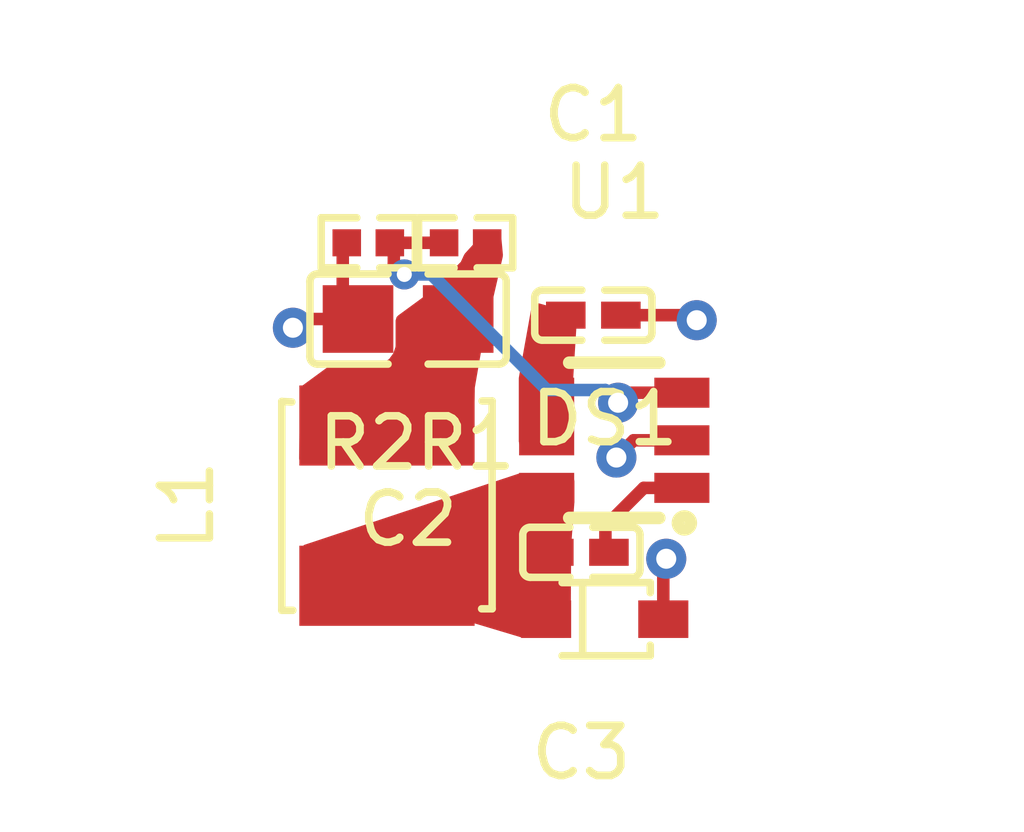
<source format=kicad_pcb>
(kicad_pcb (version 20240108) (generator "pcbnew") (generator_version "8.0")
  (layers (0 "F.Cu" signal) (31 "B.Cu" signal) (34 "B.Paste" user) (35 "F.Paste" user) (36 "B.SilkS" user "B.Silkscreen") (37 "F.SilkS" user "F.Silkscreen") (38 "B.Mask" user) (39 "F.Mask" user) (44 "Edge.Cuts" user))
  (net 0 "")
  (net 1 "cathode")
  (net 2 "gnd")
  (net 3 "FB")
  (net 4 "CB")
  (net 5 "VIN")
  (net 6 "hv")
  (footprint "atopile:R0402-56259e" (layer "F.Cu") (at 161.127739 87.992406 180)
    (property "Reference" "R2" (at 0 -4 0) (layer "F.SilkS") (hide no))
    (property "Value" "1kΩ ±1% 62.5mW")
    (fp_line (start -0.23 0.5) (end -0.94 0.5) (stroke (width 0.15)) (layer "F.SilkS"))
    (fp_line (start -0.94 0.5) (end -0.94 -0.5) (stroke (width 0.15)) (layer "F.SilkS"))
    (fp_line (start -0.94 -0.5) (end -0.23 -0.5) (stroke (width 0.15)) (layer "F.SilkS"))
    (fp_line (start 0.23 0.5) (end 0.94 0.5) (stroke (width 0.15)) (layer "F.SilkS"))
    (fp_line (start 0.94 0.5) (end 0.94 -0.5) (stroke (width 0.15)) (layer "F.SilkS"))
    (fp_line (start 0.94 -0.5) (end 0.23 -0.5) (stroke (width 0.15)) (layer "F.SilkS"))
    (fp_text user "${REFERENCE}" (at 0 -4 0) (layer "F.SilkS"))
    (pad "2" smd rect (at 0.43 0 180) (size 0.57 0.54) (layers "F.Cu" "F.Paste" "F.Mask") (net 2 "gnd"))
    (pad "1" smd rect (at -0.43 0 180) (size 0.57 0.54) (layers "F.Cu" "F.Paste" "F.Mask") (net 3 "FB"))
  )
  (footprint "atopile:C0805-3b2e55" (layer "F.Cu") (at 161.92246 89.514139 180)
    (property "Reference" "C2" (at 0 -4 0) (layer "F.SilkS") (hide no))
    (property "Value" "10µF ±10% 25V X5R")
    (fp_line (start 1.81 -0.9) (end 0.4 -0.9) (stroke (width 0.15)) (layer "F.SilkS"))
    (fp_line (start 0.4 0.9) (end 1.81 0.9) (stroke (width 0.15)) (layer "F.SilkS"))
    (fp_line (start 1.96 0.75) (end 1.96 -0.75) (stroke (width 0.15)) (layer "F.SilkS"))
    (fp_line (start -1.81 -0.9) (end -0.4 -0.9) (stroke (width 0.15)) (layer "F.SilkS"))
    (fp_line (start -0.4 0.9) (end -1.81 0.9) (stroke (width 0.15)) (layer "F.SilkS"))
    (fp_line (start -1.96 0.75) (end -1.96 -0.75) (stroke (width 0.15)) (layer "F.SilkS"))
    (fp_arc (start 1.96 0.75) (mid 1.9160660171779822 0.856066017177982) (end 1.81 0.8999999999999999) (stroke (width 0.15)) (layer "F.SilkS"))
    (fp_arc (start 1.81 -0.9) (mid 1.9160660171779822 -0.8560660171779821) (end 1.96 -0.75) (stroke (width 0.15)) (layer "F.SilkS"))
    (fp_arc (start -1.96 0.75) (mid -1.9160660171779822 0.856066017177982) (end -1.81 0.8999999999999999) (stroke (width 0.15)) (layer "F.SilkS"))
    (fp_arc (start -1.81 -0.9) (mid -1.9160660171779822 -0.8560660171779821) (end -1.96 -0.75) (stroke (width 0.15)) (layer "F.SilkS"))
    (fp_text user "${REFERENCE}" (at 0 -4 0) (layer "F.SilkS"))
    (pad "2" smd rect (at 1 0 180) (size 1.41 1.35) (layers "F.Cu" "F.Paste" "F.Mask") (net 2 "gnd"))
    (pad "1" smd rect (at -1 0 180) (size 1.41 1.35) (layers "F.Cu" "F.Paste" "F.Mask") (net 6 "hv"))
  )
  (footprint "lib:SOD-323_L1.8-W1.3-LS2.5-RD" (layer "F.Cu") (at 165.848216 95.507903 0)
    (property "Reference" "DS1" (at 0 -4 0) (layer "F.SilkS") (hide no))
    (property "Value" "")
    (fp_line (start -0.85 -0.73) (end 0.91 -0.73) (stroke (width 0.15)) (layer "F.SilkS"))
    (fp_line (start -0.85 0.73) (end 0.91 0.73) (stroke (width 0.15)) (layer "F.SilkS"))
    (fp_line (start -0.44 -0.73) (end -0.44 0.73) (stroke (width 0.15)) (layer "F.SilkS"))
    (fp_line (start 0.91 -0.73) (end 0.91 -0.53) (stroke (width 0.15)) (layer "F.SilkS"))
    (fp_line (start 0.91 0.73) (end 0.91 0.52) (stroke (width 0.15)) (layer "F.SilkS"))
    (pad "1" smd rect (at -1.17 0 0) (size 1 0.75) (layers "F.Cu" "F.Paste" "F.Mask") (net 1 "cathode"))
    (pad "2" smd rect (at 1.17 0 0) (size 1 0.75) (layers "F.Cu" "F.Paste" "F.Mask") (net 2 "gnd"))
  )
  (footprint "atopile:C0402-b3ef17" (layer "F.Cu") (at 165.620952 89.437437 0)
    (property "Reference" "C1" (at 0 -4 0) (layer "F.SilkS") (hide no))
    (property "Value" "2.2µF ±20% 6.3V X5R")
    (fp_line (start 1.02 -0.5) (end 0.23 -0.5) (stroke (width 0.15)) (layer "F.SilkS"))
    (fp_line (start 0.23 0.5) (end 1.02 0.5) (stroke (width 0.15)) (layer "F.SilkS"))
    (fp_line (start 1.17 0.35) (end 1.17 -0.35) (stroke (width 0.15)) (layer "F.SilkS"))
    (fp_line (start -1.02 -0.5) (end -0.23 -0.5) (stroke (width 0.15)) (layer "F.SilkS"))
    (fp_line (start -0.23 0.5) (end -1.02 0.5) (stroke (width 0.15)) (layer "F.SilkS"))
    (fp_line (start -1.17 0.35) (end -1.17 -0.35) (stroke (width 0.15)) (layer "F.SilkS"))
    (fp_arc (start 1.17 0.35) (mid 1.1260660171779822 0.456066017177982) (end 1.02 0.4999999999999999) (stroke (width 0.15)) (layer "F.SilkS"))
    (fp_arc (start 1.02 -0.5) (mid 1.1260660171779822 -0.4560660171779821) (end 1.17 -0.35) (stroke (width 0.15)) (layer "F.SilkS"))
    (fp_arc (start -1.17 0.35) (mid -1.1260660171779822 0.456066017177982) (end -1.02 0.4999999999999999) (stroke (width 0.15)) (layer "F.SilkS"))
    (fp_arc (start -1.02 -0.5) (mid -1.1260660171779822 -0.4560660171779821) (end -1.17 -0.35) (stroke (width 0.15)) (layer "F.SilkS"))
    (fp_text user "${REFERENCE}" (at 0 -4 0) (layer "F.SilkS"))
    (pad "2" smd rect (at 0.55 0 0) (size 0.79 0.54) (layers "F.Cu" "F.Paste" "F.Mask") (net 2 "gnd"))
    (pad "1" smd rect (at -0.55 0 0) (size 0.79 0.54) (layers "F.Cu" "F.Paste" "F.Mask") (net 5 "VIN"))
  )
  (footprint "atopile:R0402-56259e" (layer "F.Cu") (at 163.071145 87.992406 180)
    (property "Reference" "R1" (at 0 -4 0) (layer "F.SilkS") (hide no))
    (property "Value" "1kΩ ±1% 62.5mW")
    (fp_line (start -0.23 0.5) (end -0.94 0.5) (stroke (width 0.15)) (layer "F.SilkS"))
    (fp_line (start -0.94 0.5) (end -0.94 -0.5) (stroke (width 0.15)) (layer "F.SilkS"))
    (fp_line (start -0.94 -0.5) (end -0.23 -0.5) (stroke (width 0.15)) (layer "F.SilkS"))
    (fp_line (start 0.23 0.5) (end 0.94 0.5) (stroke (width 0.15)) (layer "F.SilkS"))
    (fp_line (start 0.94 0.5) (end 0.94 -0.5) (stroke (width 0.15)) (layer "F.SilkS"))
    (fp_line (start 0.94 -0.5) (end 0.23 -0.5) (stroke (width 0.15)) (layer "F.SilkS"))
    (fp_text user "${REFERENCE}" (at 0 -4 0) (layer "F.SilkS"))
    (pad "2" smd rect (at 0.43 0 180) (size 0.57 0.54) (layers "F.Cu" "F.Paste" "F.Mask") (net 3 "FB"))
    (pad "1" smd rect (at -0.43 0 180) (size 0.57 0.54) (layers "F.Cu" "F.Paste" "F.Mask") (net 6 "hv"))
  )
  (footprint "lib:IND-SMD_L4.0-W4.0" (layer "F.Cu") (at 161.500408 93.240832 90)
    (property "Reference" "L1" (at 0 -4 -90) (layer "F.SilkS") (hide no))
    (property "Value" "")
    (fp_line (start 2.08 -2.1) (end -2.09 -2.1) (stroke (width 0.15)) (layer "F.SilkS"))
    (fp_line (start -2.09 -2.1) (end -2.09 -1.88) (stroke (width 0.15)) (layer "F.SilkS"))
    (fp_line (start 2.07 -1.9) (end 2.08 -2.1) (stroke (width 0.15)) (layer "F.SilkS"))
    (fp_line (start -2.06 1.89) (end -2.06 2.1) (stroke (width 0.15)) (layer "F.SilkS"))
    (fp_line (start 2.09 2.1) (end 2.09 1.9) (stroke (width 0.15)) (layer "F.SilkS"))
    (fp_line (start -2.06 2.1) (end 2.09 2.1) (stroke (width 0.15)) (layer "F.SilkS"))
    (pad "1" smd rect (at -1.6 0 90) (size 1.6 3.5) (layers "F.Cu" "F.Paste" "F.Mask") (net 1 "cathode"))
    (pad "2" smd rect (at 1.6 0 90) (size 1.6 3.5) (layers "F.Cu" "F.Paste" "F.Mask") (net 6 "hv"))
  )
  (footprint "atopile:C0402-b3ef17" (layer "F.Cu") (at 165.38238 94.172505 180)
    (property "Reference" "C3" (at 0 -4 0) (layer "F.SilkS") (hide no))
    (property "Value" "470nF ±20% 16V X5R")
    (fp_line (start 1.02 -0.5) (end 0.23 -0.5) (stroke (width 0.15)) (layer "F.SilkS"))
    (fp_line (start 0.23 0.5) (end 1.02 0.5) (stroke (width 0.15)) (layer "F.SilkS"))
    (fp_line (start 1.17 0.35) (end 1.17 -0.35) (stroke (width 0.15)) (layer "F.SilkS"))
    (fp_line (start -1.02 -0.5) (end -0.23 -0.5) (stroke (width 0.15)) (layer "F.SilkS"))
    (fp_line (start -0.23 0.5) (end -1.02 0.5) (stroke (width 0.15)) (layer "F.SilkS"))
    (fp_line (start -1.17 0.35) (end -1.17 -0.35) (stroke (width 0.15)) (layer "F.SilkS"))
    (fp_arc (start 1.17 0.35) (mid 1.1260660171779822 0.456066017177982) (end 1.02 0.4999999999999999) (stroke (width 0.15)) (layer "F.SilkS"))
    (fp_arc (start 1.02 -0.5) (mid 1.1260660171779822 -0.4560660171779821) (end 1.17 -0.35) (stroke (width 0.15)) (layer "F.SilkS"))
    (fp_arc (start -1.17 0.35) (mid -1.1260660171779822 0.456066017177982) (end -1.02 0.4999999999999999) (stroke (width 0.15)) (layer "F.SilkS"))
    (fp_arc (start -1.02 -0.5) (mid -1.1260660171779822 -0.4560660171779821) (end -1.17 -0.35) (stroke (width 0.15)) (layer "F.SilkS"))
    (fp_text user "${REFERENCE}" (at 0 -4 0) (layer "F.SilkS"))
    (pad "2" smd rect (at 0.55 0 180) (size 0.79 0.54) (layers "F.Cu" "F.Paste" "F.Mask") (net 1 "cathode"))
    (pad "1" smd rect (at -0.55 0 180) (size 0.79 0.54) (layers "F.Cu" "F.Paste" "F.Mask") (net 4 "CB"))
  )
  (footprint "lib:SOT-23-6_L2.9-W1.6-P0.95-LS2.8-BR" (layer "F.Cu") (at 166.039 91.936 0)
    (property "Reference" "U1" (at 0 -4.95 0) (layer "F.SilkS") (hide no))
    (property "Value" "")
    (fp_line (start -0.9 -1.55) (end 0.9 -1.55) (stroke (width 0.25)) (layer "F.SilkS"))
    (fp_line (start -0.9 1.55) (end 0.9 1.55) (stroke (width 0.25)) (layer "F.SilkS"))
    (fp_circle (center 1.4 1.65) (end 1.53 1.65) (stroke (width 0.25)) (fill none) (layer "F.SilkS"))
    (pad "1" smd rect (at 1.35 0.95 0) (size 1.1 0.6) (layers "F.Cu" "F.Paste" "F.Mask") (net 4 "CB"))
    (pad "2" smd rect (at 1.35 0 0) (size 1.1 0.6) (layers "F.Cu" "F.Paste" "F.Mask") (net 2 "gnd"))
    (pad "3" smd rect (at 1.35 -0.95 0) (size 1.1 0.6) (layers "F.Cu" "F.Paste" "F.Mask") (net 3 "FB"))
    (pad "4" smd rect (at -1.35 -0.95 0) (size 1.1 0.6) (layers "F.Cu" "F.Paste" "F.Mask") (net 5 "VIN"))
    (pad "5" smd rect (at -1.35 0 0) (size 1.1 0.6) (layers "F.Cu" "F.Paste" "F.Mask") (net 5 "VIN"))
    (pad "6" smd rect (at -1.35 0.95 0) (size 1.1 0.6) (layers "F.Cu" "F.Paste" "F.Mask") (net 1 "cathode"))
  )
  (via (at 167.685557 89.537825) (size 0.8) (drill 0.4) (net 2) (layers "F.Cu" "B.Cu"))
  (via (at 159.622396 89.688667) (size 0.8) (drill 0.4) (net 2) (layers "F.Cu" "B.Cu"))
  (via (at 167.077115 94.301264) (size 0.8) (drill 0.4) (net 2) (layers "F.Cu" "B.Cu"))
  (via (at 166.081153 92.280397) (size 0.8) (drill 0.4) (net 2) (layers "F.Cu" "B.Cu"))
  (via (at 161.847018 88.623891) (size 0.6) (drill 0.3) (net 3) (layers "F.Cu" "B.Cu"))
  (via (at 166.116 91.186) (size 0.8) (drill 0.4) (net 3) (layers "F.Cu" "B.Cu"))
  (zone (net 1) (net_name "cathode") (layers "F.Cu") (priority 1) (connect_pads yes (clearance 0.2)) (min_thickness 0.25) (fill yes (thermal_gap 0.5) (thermal_bridge_width 0.5))
    (polygon (pts (xy 164.152815 92.593956) (xy 159.772944 94.049336) (xy 159.772944 95.600826) (xy 163.232905 95.587096) (xy 164.194005 95.875426) (xy 165.168835 95.875426) (xy 165.177145 94.321184) (xy 165.183032 93.98561) (xy 165.243466 93.169721) (xy 165.243466 92.637099)))
  )
  (zone (net 6) (net_name "hv") (layers "F.Cu") (connect_pads yes (clearance 0.2)) (min_thickness 0.25) (fill yes (thermal_gap 0.5) (thermal_bridge_width 0.5))
    (polygon (pts (xy 163.392492 90.089682) (xy 163.254256 90.887199) (xy 163.222355 92.439698) (xy 159.745183 92.429064) (xy 159.76645 90.876565) (xy 162.368371 88.971164) (xy 162.456739 88.866823) (xy 163.349957 87.884) (xy 163.775299 87.792834) (xy 163.817834 88.250077)))
  )
  (zone (net 5) (net_name "VIN") (layers "F.Cu") (priority 2) (connect_pads yes (clearance 0.5)) (min_thickness 0.25) (fill yes (thermal_gap 0.5) (thermal_bridge_width 0.5))
    (polygon (pts (xy 165.217901 90.722067) (xy 165.299515 89.415345) (xy 164.406719 89.165475) (xy 164.132671 90.689181) (xy 164.132671 92.223849) (xy 165.217901 92.212887)))
  )
  (segment (start 167.018216 94.360163) (end 167.077115 94.301264) (width 0.25) (layer "F.Cu") (net 2))
  (segment (start 166.395952 89.437437) (end 167.585169 89.437437) (width 0.25) (layer "F.Cu") (net 2))
  (segment (start 166.42555 91.936) (end 166.081153 92.280397) (width 0.25) (layer "F.Cu") (net 2))
  (segment (start 167.585169 89.437437) (end 167.685557 89.537825) (width 0.25) (layer "F.Cu") (net 2))
  (segment (start 160.97246 89.514139) (end 159.796924 89.514139) (width 0.25) (layer "F.Cu") (net 2))
  (segment (start 159.796924 89.514139) (end 159.622396 89.688667) (width 0.25) (layer "F.Cu") (net 2))
  (segment (start 167.389 91.936) (end 166.42555 91.936) (width 0.25) (layer "F.Cu") (net 2))
  (segment (start 160.617739 89.159418) (end 160.97246 89.514139) (width 0.25) (layer "F.Cu") (net 2))
  (segment (start 167.018216 95.507903) (end 167.018216 94.360163) (width 0.25) (layer "F.Cu") (net 2))
  (segment (start 160.617739 87.992406) (end 160.617739 89.159418) (width 0.25) (layer "F.Cu") (net 2))
  (segment (start 167.389 90.986) (end 166.316 90.986) (width 0.25) (layer "F.Cu") (net 3))
  (segment (start 161.637739 88.414612) (end 161.847018 88.623891) (width 0.25) (layer "F.Cu") (net 3))
  (segment (start 161.637739 87.992406) (end 161.637739 88.414612) (width 0.25) (layer "F.Cu") (net 3))
  (segment (start 166.316 90.986) (end 166.116 91.186) (width 0.25) (layer "F.Cu") (net 3))
  (segment (start 162.561145 87.992406) (end 161.637739 87.992406) (width 0.25) (layer "F.Cu") (net 3))
  (segment (start 162.387238 88.623891) (end 164.695347 90.932) (width 0.25) (layer "B.Cu") (net 3))
  (segment (start 161.847018 88.623891) (end 162.387238 88.623891) (width 0.25) (layer "B.Cu") (net 3))
  (segment (start 165.862 90.932) (end 166.116 91.186) (width 0.25) (layer "B.Cu") (net 3))
  (segment (start 164.695347 90.932) (end 165.862 90.932) (width 0.25) (layer "B.Cu") (net 3))
  (segment (start 165.86238 93.651744) (end 166.628124 92.886) (width 0.25) (layer "F.Cu") (net 4))
  (segment (start 166.628124 92.886) (end 167.389 92.886) (width 0.25) (layer "F.Cu") (net 4))
  (segment (start 165.86238 94.172505) (end 165.86238 93.651744) (width 0.25) (layer "F.Cu") (net 4))
)
</source>
